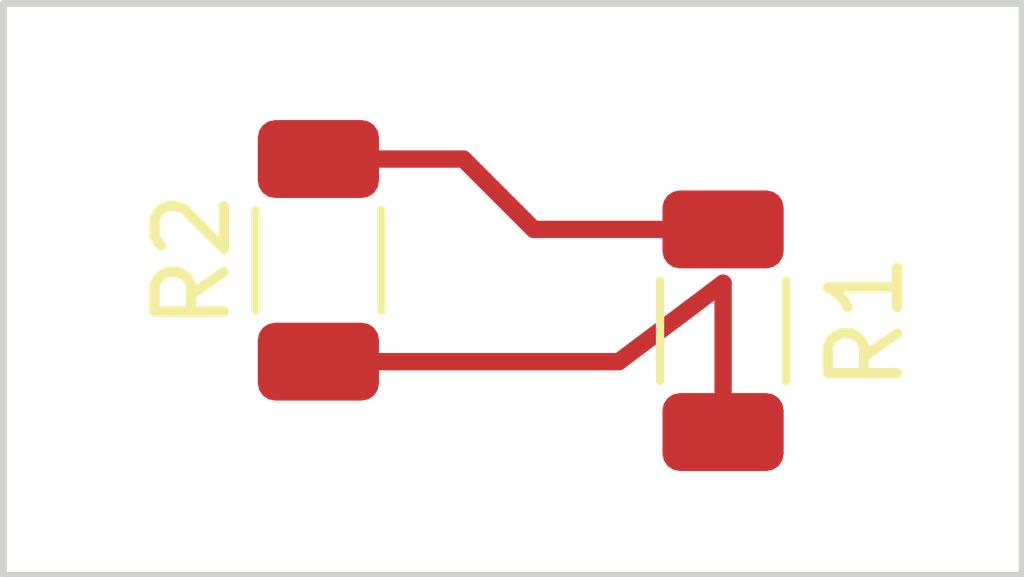
<source format=kicad_pcb>
(kicad_pcb (version 20210722) (generator pcbnew)
  (layers (0 "F.Cu" signal) (31 "B.Cu" signal) (34 "B.Paste" user) (35 "F.Paste" user) (36 "B.SilkS" user "B.Silkscreen") (37 "F.SilkS" user "F.Silkscreen") (38 "B.Mask" user) (39 "F.Mask" user) (44 "Edge.Cuts" user))
  (net 0 "")
  (net 1 "/NET_B")
  (net 2 "/NET_A")
  (footprint "Resistor_SMD:R_1206_3216Metric" (layer "F.Cu") (at 141.351 78.867 90)
    (fp_text reference "R1" (at 0.127 2.0574 90) (layer "F.SilkS"))
    (fp_text value "10k")
    (fp_line (start -0.727064 -0.91) (end 0.727064 -0.91) (layer "F.SilkS") (width 0.12))
    (fp_line (start -0.727064 0.91) (end 0.727064 0.91) (layer "F.SilkS") (width 0.12))
    (pad "1" smd roundrect locked (at -1.4625 0 90) (size 1.125 1.75) (layers "F.Cu" "F.Paste" "F.Mask") (roundrect_rratio 0.222222) (net 2 "/NET_A"))
    (pad "2" smd roundrect locked (at 1.4625 0 90) (size 1.125 1.75) (layers "F.Cu" "F.Paste" "F.Mask") (roundrect_rratio 0.222222) (net 1 "/NET_B"))
  )
  (footprint "Resistor_SMD:R_1206_3216Metric" (layer "F.Cu") (at 135.509 77.851 90)
    (fp_text reference "R2" (at 0 -1.82 90) (layer "F.SilkS"))
    (fp_text value "10k")
    (fp_line (start -0.727064 -0.91) (end 0.727064 -0.91) (layer "F.SilkS") (width 0.12))
    (fp_line (start -0.727064 0.91) (end 0.727064 0.91) (layer "F.SilkS") (width 0.12))
    (pad "1" smd roundrect locked (at -1.4625 0 90) (size 1.125 1.75) (layers "F.Cu" "F.Paste" "F.Mask") (roundrect_rratio 0.222222) (net 2 "/NET_A"))
    (pad "2" smd roundrect locked (at 1.4625 0 90) (size 1.125 1.75) (layers "F.Cu" "F.Paste" "F.Mask") (roundrect_rratio 0.222222) (net 1 "/NET_B"))
  )
  (gr_rect (start 130.9624 74.1426) (end 145.669 82.3976) (layer "Edge.Cuts") (width 0.1) (fill none))
  (segment (start 137.6025 76.3885) (end 138.6185 77.4045) (width 0.25) (layer "F.Cu") (net 1))
  (segment (start 138.6185 77.4045) (end 141.351 77.4045) (width 0.25) (layer "F.Cu") (net 1))
  (segment (start 135.509 76.3885) (end 137.6025 76.3885) (width 0.25) (layer "F.Cu") (net 1))
  (segment (start 139.848946 79.3135) (end 135.509 79.3135) (width 0.25) (layer "F.Cu") (net 2))
  (segment (start 141.351 80.3295) (end 141.351 78.1812) (width 0.25) (layer "F.Cu") (net 2))
  (segment (start 141.351 78.1812) (end 139.858023 79.304423) (width 0.25) (layer "F.Cu") (net 2))
)
</source>
